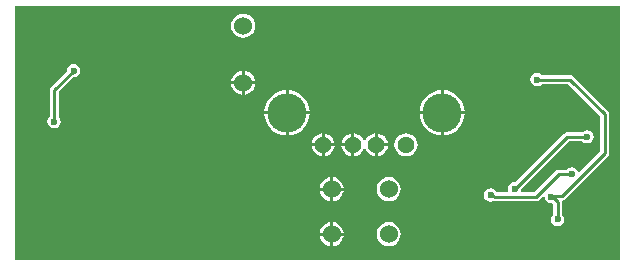
<source format=gbl>
G04*
G04 #@! TF.GenerationSoftware,Altium Limited,Altium Designer,21.2.0 (30)*
G04*
G04 Layer_Physical_Order=2*
G04 Layer_Color=16711680*
%FSLAX25Y25*%
%MOIN*%
G70*
G04*
G04 #@! TF.SameCoordinates,9EB53224-002F-4CA6-BEF0-4101847B7537*
G04*
G04*
G04 #@! TF.FilePolarity,Positive*
G04*
G01*
G75*
%ADD13C,0.01000*%
%ADD50C,0.13055*%
%ADD51C,0.05622*%
%ADD52C,0.06000*%
%ADD53C,0.02362*%
G36*
X513006Y458477D02*
Y373994D01*
X311494Y373994D01*
Y458477D01*
X513006Y458477D01*
D02*
G37*
%LPC*%
G36*
X387500Y456035D02*
X386456Y455897D01*
X385483Y455494D01*
X384647Y454853D01*
X384006Y454017D01*
X383603Y453044D01*
X383466Y452000D01*
X383603Y450956D01*
X384006Y449983D01*
X384647Y449147D01*
X385483Y448506D01*
X386456Y448103D01*
X387500Y447965D01*
X388544Y448103D01*
X389517Y448506D01*
X390353Y449147D01*
X390994Y449983D01*
X391397Y450956D01*
X391534Y452000D01*
X391397Y453044D01*
X390994Y454017D01*
X390353Y454853D01*
X389517Y455494D01*
X388544Y455897D01*
X387500Y456035D01*
D02*
G37*
G36*
X331000Y439224D02*
X330149Y439055D01*
X329428Y438573D01*
X328945Y437851D01*
X328776Y437000D01*
X328786Y436949D01*
X323419Y431581D01*
X323087Y431085D01*
X322971Y430500D01*
Y421601D01*
X322927Y421572D01*
X322445Y420851D01*
X322276Y420000D01*
X322445Y419149D01*
X322927Y418428D01*
X323649Y417945D01*
X324500Y417776D01*
X325351Y417945D01*
X326073Y418428D01*
X326555Y419149D01*
X326724Y420000D01*
X326555Y420851D01*
X326073Y421572D01*
X326029Y421601D01*
Y429867D01*
X330949Y434786D01*
X331000Y434776D01*
X331851Y434945D01*
X332573Y435428D01*
X333055Y436149D01*
X333224Y437000D01*
X333055Y437851D01*
X332573Y438573D01*
X331851Y439055D01*
X331000Y439224D01*
D02*
G37*
G36*
X388000Y436969D02*
Y433500D01*
X391469D01*
X391397Y434044D01*
X390994Y435017D01*
X390353Y435853D01*
X389517Y436494D01*
X388544Y436897D01*
X388000Y436969D01*
D02*
G37*
G36*
X387000D02*
X386456Y436897D01*
X385483Y436494D01*
X384647Y435853D01*
X384006Y435017D01*
X383603Y434044D01*
X383531Y433500D01*
X387000D01*
Y436969D01*
D02*
G37*
G36*
X391469Y432500D02*
X388000D01*
Y429031D01*
X388544Y429103D01*
X389517Y429506D01*
X390353Y430147D01*
X390994Y430983D01*
X391397Y431956D01*
X391469Y432500D01*
D02*
G37*
G36*
X387000D02*
X383531D01*
X383603Y431956D01*
X384006Y430983D01*
X384647Y430147D01*
X385483Y429506D01*
X386456Y429103D01*
X387000Y429031D01*
Y432500D01*
D02*
G37*
G36*
X454366Y430515D02*
Y423500D01*
X461381D01*
X461285Y424476D01*
X460854Y425895D01*
X460155Y427202D01*
X459215Y428348D01*
X458069Y429289D01*
X456761Y429988D01*
X455342Y430419D01*
X454366Y430515D01*
D02*
G37*
G36*
X402634Y430515D02*
Y423500D01*
X409649D01*
X409552Y424476D01*
X409122Y425895D01*
X408423Y427202D01*
X407482Y428348D01*
X406336Y429289D01*
X405028Y429988D01*
X403610Y430419D01*
X402634Y430515D01*
D02*
G37*
G36*
X401634Y430515D02*
X400658Y430419D01*
X399239Y429988D01*
X397932Y429289D01*
X396785Y428348D01*
X395845Y427202D01*
X395146Y425895D01*
X394715Y424476D01*
X394619Y423500D01*
X401634D01*
Y430515D01*
D02*
G37*
G36*
X453366Y430515D02*
X452390Y430419D01*
X450972Y429988D01*
X449664Y429289D01*
X448518Y428348D01*
X447577Y427202D01*
X446878Y425895D01*
X446448Y424476D01*
X446351Y423500D01*
X453366D01*
Y430515D01*
D02*
G37*
G36*
X461381Y422500D02*
X454366D01*
Y415485D01*
X455342Y415581D01*
X456761Y416012D01*
X458069Y416711D01*
X459215Y417652D01*
X460155Y418798D01*
X460854Y420105D01*
X461285Y421524D01*
X461381Y422500D01*
D02*
G37*
G36*
X401634D02*
X394619D01*
X394715Y421524D01*
X395146Y420105D01*
X395845Y418798D01*
X396785Y417652D01*
X397932Y416711D01*
X399239Y416012D01*
X400658Y415581D01*
X401634Y415485D01*
Y422500D01*
D02*
G37*
G36*
X409649D02*
X402634D01*
Y415485D01*
X403610Y415581D01*
X405028Y416012D01*
X406336Y416711D01*
X407482Y417652D01*
X408423Y418798D01*
X409122Y420105D01*
X409552Y421524D01*
X409649Y422500D01*
D02*
G37*
G36*
X453366D02*
X446351D01*
X446448Y421524D01*
X446878Y420105D01*
X447577Y418798D01*
X448518Y417652D01*
X449664Y416711D01*
X450972Y416012D01*
X452390Y415581D01*
X453366Y415485D01*
Y422500D01*
D02*
G37*
G36*
X414720Y416109D02*
Y412831D01*
X417999D01*
X417933Y413326D01*
X417549Y414253D01*
X416938Y415049D01*
X416142Y415660D01*
X415215Y416044D01*
X414720Y416109D01*
D02*
G37*
G36*
X432437Y416109D02*
Y412831D01*
X435715D01*
X435650Y413326D01*
X435266Y414253D01*
X434655Y415049D01*
X433859Y415660D01*
X432932Y416044D01*
X432437Y416109D01*
D02*
G37*
G36*
X413721D02*
X413226Y416044D01*
X412298Y415660D01*
X411502Y415049D01*
X410892Y414253D01*
X410507Y413326D01*
X410442Y412831D01*
X413721D01*
Y416109D01*
D02*
G37*
G36*
X423563D02*
X423068Y416044D01*
X422141Y415660D01*
X421345Y415049D01*
X420734Y414253D01*
X420350Y413326D01*
X420285Y412831D01*
X423563D01*
Y416109D01*
D02*
G37*
G36*
X485500Y436224D02*
X484649Y436055D01*
X483927Y435572D01*
X483445Y434851D01*
X483276Y434000D01*
X483445Y433149D01*
X483927Y432428D01*
X484649Y431945D01*
X485500Y431776D01*
X486351Y431945D01*
X487073Y432428D01*
X487101Y432471D01*
X495866D01*
X506471Y421867D01*
Y410134D01*
X499535Y403198D01*
X499148Y403315D01*
X499025Y403395D01*
X498572Y404073D01*
X497851Y404555D01*
X497000Y404724D01*
X496149Y404555D01*
X495428Y404073D01*
X495399Y404029D01*
X492650D01*
X492065Y403913D01*
X491569Y403581D01*
X484516Y396529D01*
X480378D01*
X480063Y397029D01*
X480158Y397507D01*
X496068Y413417D01*
X500550D01*
X500579Y413374D01*
X501300Y412892D01*
X502151Y412722D01*
X503003Y412892D01*
X503724Y413374D01*
X504206Y414095D01*
X504375Y414946D01*
X504206Y415797D01*
X503724Y416519D01*
X503003Y417001D01*
X502151Y417170D01*
X501300Y417001D01*
X500579Y416519D01*
X500550Y416475D01*
X495434D01*
X494849Y416359D01*
X494353Y416028D01*
X478187Y399862D01*
X477969Y399905D01*
X477118Y399736D01*
X476397Y399254D01*
X475915Y398532D01*
X475745Y397681D01*
X475875Y397029D01*
X475560Y396529D01*
X471935D01*
X471572Y397073D01*
X470851Y397555D01*
X470000Y397724D01*
X469149Y397555D01*
X468428Y397073D01*
X467945Y396351D01*
X467776Y395500D01*
X467945Y394649D01*
X468428Y393928D01*
X469149Y393445D01*
X470000Y393276D01*
X470851Y393445D01*
X470975Y393529D01*
X471267Y393471D01*
X485150D01*
X485735Y393587D01*
X486231Y393919D01*
X487530Y395218D01*
X487921Y395035D01*
X488000Y394980D01*
X488166Y394148D01*
X488648Y393426D01*
X489369Y392944D01*
X490220Y392775D01*
X490319Y392794D01*
X490797Y392392D01*
Y388990D01*
X490754Y388961D01*
X490272Y388240D01*
X490102Y387388D01*
X490272Y386538D01*
X490754Y385816D01*
X491475Y385334D01*
X492326Y385165D01*
X493177Y385334D01*
X493899Y385816D01*
X494381Y386538D01*
X494550Y387388D01*
X494381Y388240D01*
X493899Y388961D01*
X493856Y388990D01*
Y393374D01*
X494269Y393861D01*
X494382Y393884D01*
X494878Y394215D01*
X509081Y408419D01*
X509413Y408915D01*
X509529Y409500D01*
Y422500D01*
X509413Y423085D01*
X509081Y423581D01*
X497581Y435081D01*
X497085Y435413D01*
X496500Y435529D01*
X487101D01*
X487073Y435572D01*
X486351Y436055D01*
X485500Y436224D01*
D02*
G37*
G36*
X414221Y412331D02*
D01*
D01*
D01*
D02*
G37*
G36*
X417999Y411831D02*
X414720D01*
Y408553D01*
X415215Y408618D01*
X416142Y409002D01*
X416938Y409613D01*
X417549Y410409D01*
X417933Y411336D01*
X417999Y411831D01*
D02*
G37*
G36*
X424563Y416109D02*
Y412331D01*
Y408553D01*
X425058Y408618D01*
X425985Y409002D01*
X426781Y409613D01*
X427392Y410409D01*
X427740Y411250D01*
X428000Y411296D01*
X428260Y411250D01*
X428608Y410409D01*
X429219Y409613D01*
X430015Y409002D01*
X430942Y408618D01*
X431437Y408553D01*
Y412331D01*
Y416109D01*
X430942Y416044D01*
X430015Y415660D01*
X429219Y415049D01*
X428608Y414253D01*
X428260Y413412D01*
X428000Y413365D01*
X427740Y413412D01*
X427392Y414253D01*
X426781Y415049D01*
X425985Y415660D01*
X425058Y416044D01*
X424563Y416109D01*
D02*
G37*
G36*
X435715Y411831D02*
X432437D01*
Y408553D01*
X432932Y408618D01*
X433859Y409002D01*
X434655Y409613D01*
X435266Y410409D01*
X435650Y411336D01*
X435715Y411831D01*
D02*
G37*
G36*
X423563D02*
X420285D01*
X420350Y411336D01*
X420734Y410409D01*
X421345Y409613D01*
X422141Y409002D01*
X423068Y408618D01*
X423563Y408553D01*
Y411831D01*
D02*
G37*
G36*
X413721D02*
X410442D01*
X410507Y411336D01*
X410892Y410409D01*
X411502Y409613D01*
X412298Y409002D01*
X413226Y408618D01*
X413721Y408553D01*
Y411831D01*
D02*
G37*
G36*
X441780Y416175D02*
X440785Y416044D01*
X439858Y415660D01*
X439061Y415049D01*
X438451Y414253D01*
X438067Y413326D01*
X437936Y412331D01*
X438067Y411336D01*
X438451Y410409D01*
X439061Y409613D01*
X439858Y409002D01*
X440785Y408618D01*
X441780Y408487D01*
X442774Y408618D01*
X443702Y409002D01*
X444498Y409613D01*
X445108Y410409D01*
X445493Y411336D01*
X445623Y412331D01*
X445493Y413326D01*
X445108Y414253D01*
X444498Y415049D01*
X443702Y415660D01*
X442774Y416044D01*
X441780Y416175D01*
D02*
G37*
G36*
X417500Y401469D02*
Y398000D01*
X420969D01*
X420897Y398544D01*
X420494Y399517D01*
X419853Y400353D01*
X419017Y400994D01*
X418044Y401397D01*
X417500Y401469D01*
D02*
G37*
G36*
X416500D02*
X415956Y401397D01*
X414983Y400994D01*
X414147Y400353D01*
X413506Y399517D01*
X413103Y398544D01*
X413031Y398000D01*
X416500D01*
Y401469D01*
D02*
G37*
G36*
X420969Y397000D02*
X417500D01*
Y393531D01*
X418044Y393603D01*
X419017Y394006D01*
X419853Y394647D01*
X420494Y395483D01*
X420897Y396456D01*
X420969Y397000D01*
D02*
G37*
G36*
X416500D02*
X413031D01*
X413103Y396456D01*
X413506Y395483D01*
X414147Y394647D01*
X414983Y394006D01*
X415956Y393603D01*
X416500Y393531D01*
Y397000D01*
D02*
G37*
G36*
X436000Y401535D02*
X434956Y401397D01*
X433983Y400994D01*
X433147Y400353D01*
X432506Y399517D01*
X432103Y398544D01*
X431965Y397500D01*
X432103Y396456D01*
X432506Y395483D01*
X433147Y394647D01*
X433983Y394006D01*
X434956Y393603D01*
X436000Y393465D01*
X437044Y393603D01*
X438017Y394006D01*
X438853Y394647D01*
X439494Y395483D01*
X439897Y396456D01*
X440034Y397500D01*
X439897Y398544D01*
X439494Y399517D01*
X438853Y400353D01*
X438017Y400994D01*
X437044Y401397D01*
X436000Y401535D01*
D02*
G37*
G36*
X417500Y386469D02*
Y383000D01*
X420969D01*
X420897Y383544D01*
X420494Y384517D01*
X419853Y385353D01*
X419017Y385994D01*
X418044Y386397D01*
X417500Y386469D01*
D02*
G37*
G36*
X416500D02*
X415956Y386397D01*
X414983Y385994D01*
X414147Y385353D01*
X413506Y384517D01*
X413103Y383544D01*
X413031Y383000D01*
X416500D01*
Y386469D01*
D02*
G37*
G36*
X420969Y382000D02*
X417500D01*
Y378531D01*
X418044Y378603D01*
X419017Y379006D01*
X419853Y379647D01*
X420494Y380483D01*
X420897Y381456D01*
X420969Y382000D01*
D02*
G37*
G36*
X416500D02*
X413031D01*
X413103Y381456D01*
X413506Y380483D01*
X414147Y379647D01*
X414983Y379006D01*
X415956Y378603D01*
X416500Y378531D01*
Y382000D01*
D02*
G37*
G36*
X436000Y386535D02*
X434956Y386397D01*
X433983Y385994D01*
X433147Y385353D01*
X432506Y384517D01*
X432103Y383544D01*
X431965Y382500D01*
X432103Y381456D01*
X432506Y380483D01*
X433147Y379647D01*
X433983Y379006D01*
X434956Y378603D01*
X436000Y378466D01*
X437044Y378603D01*
X438017Y379006D01*
X438853Y379647D01*
X439494Y380483D01*
X439897Y381456D01*
X440034Y382500D01*
X439897Y383544D01*
X439494Y384517D01*
X438853Y385353D01*
X438017Y385994D01*
X437044Y386397D01*
X436000Y386535D01*
D02*
G37*
%LPD*%
D13*
X324500Y420000D02*
Y430500D01*
X331000Y437000D01*
X492650Y402500D02*
X497000D01*
X485150Y395000D02*
X492650Y402500D01*
X478169Y397681D02*
X495434Y414946D01*
X471028Y395239D02*
X471267Y395000D01*
X477969Y397681D02*
X478169D01*
X471267Y395000D02*
X485150D01*
X470261Y395239D02*
X471028D01*
X470000Y395500D02*
X470261Y395239D01*
X495434Y414946D02*
X502151D01*
X493797Y395297D02*
X508000Y409500D01*
X490457Y395244D02*
X492326Y393374D01*
X491902Y395297D02*
X493797D01*
X490220Y394999D02*
X490481Y395259D01*
X492326Y387388D02*
Y393374D01*
X490481Y395259D02*
X491864D01*
X491902Y395297D01*
X508000Y409500D02*
Y422500D01*
X496500Y434000D02*
X508000Y422500D01*
X485500Y434000D02*
X496500D01*
D50*
X402134Y423000D02*
D03*
X453866D02*
D03*
D51*
X414221Y412331D02*
D03*
X424063D02*
D03*
X431937D02*
D03*
X441780D02*
D03*
D52*
X436000Y397500D02*
D03*
X417000D02*
D03*
X387500Y433000D02*
D03*
Y452000D02*
D03*
X436000Y382500D02*
D03*
X417000D02*
D03*
D53*
X506890Y452756D02*
D03*
X501968Y442913D02*
D03*
X506890Y433071D02*
D03*
X501968Y423228D02*
D03*
X497047Y452756D02*
D03*
X492126Y442913D02*
D03*
X487205Y452756D02*
D03*
X482283Y442913D02*
D03*
Y383858D02*
D03*
X477362Y452756D02*
D03*
X472441Y442913D02*
D03*
X477362Y433071D02*
D03*
X472441Y423228D02*
D03*
X467520Y452756D02*
D03*
X462598Y442913D02*
D03*
X467520Y433071D02*
D03*
X462598Y423228D02*
D03*
Y403543D02*
D03*
Y383858D02*
D03*
X457677Y452756D02*
D03*
X452756Y442913D02*
D03*
X457677Y433071D02*
D03*
X452756Y403543D02*
D03*
X457677Y393701D02*
D03*
X447835Y452756D02*
D03*
X442913Y442913D02*
D03*
X447835Y433071D02*
D03*
X442913Y423228D02*
D03*
Y403543D02*
D03*
X447835Y393701D02*
D03*
X437992Y452756D02*
D03*
X433071Y442913D02*
D03*
X437992Y433071D02*
D03*
X433071Y423228D02*
D03*
Y403543D02*
D03*
X428150Y452756D02*
D03*
X423228Y442913D02*
D03*
X428150Y433071D02*
D03*
X423228Y423228D02*
D03*
Y403543D02*
D03*
Y383858D02*
D03*
X418307Y452756D02*
D03*
X413386Y442913D02*
D03*
X418307Y433071D02*
D03*
X413386Y423228D02*
D03*
Y403543D02*
D03*
X408465Y452756D02*
D03*
X403543Y442913D02*
D03*
X408465Y433071D02*
D03*
Y413386D02*
D03*
X403543Y403543D02*
D03*
X408465Y393701D02*
D03*
X403543Y383858D02*
D03*
X398622Y452756D02*
D03*
X393701Y442913D02*
D03*
X398622Y433071D02*
D03*
Y413386D02*
D03*
X393701Y403543D02*
D03*
X398622Y393701D02*
D03*
X393701Y383858D02*
D03*
X383858Y442913D02*
D03*
Y423228D02*
D03*
X388779Y413386D02*
D03*
X383858Y403543D02*
D03*
X388779Y393701D02*
D03*
X383858Y383858D02*
D03*
X374016Y442913D02*
D03*
X378937Y433071D02*
D03*
Y413386D02*
D03*
X374016Y403543D02*
D03*
X378937Y393701D02*
D03*
X374016Y383858D02*
D03*
X364173Y442913D02*
D03*
X369094Y413386D02*
D03*
X364173Y403543D02*
D03*
X369094Y393701D02*
D03*
X364173Y383858D02*
D03*
X354331Y423228D02*
D03*
X359252Y413386D02*
D03*
Y393701D02*
D03*
X349410Y452756D02*
D03*
Y433071D02*
D03*
X344488Y423228D02*
D03*
X349410Y413386D02*
D03*
Y393701D02*
D03*
X339567Y452756D02*
D03*
Y433071D02*
D03*
Y413386D02*
D03*
X334646Y403543D02*
D03*
X339567Y393701D02*
D03*
X334646Y383858D02*
D03*
X329724Y452756D02*
D03*
Y413386D02*
D03*
X324803Y403543D02*
D03*
Y383858D02*
D03*
X319882Y452756D02*
D03*
X314961Y442913D02*
D03*
Y423228D02*
D03*
Y403543D02*
D03*
Y383858D02*
D03*
X331000Y437000D02*
D03*
X324500Y420000D02*
D03*
X477969Y397681D02*
D03*
X497000Y402500D02*
D03*
X502151Y414946D02*
D03*
X504500Y399000D02*
D03*
X470000Y395500D02*
D03*
X485500Y434000D02*
D03*
X487000Y415315D02*
D03*
X490220Y394999D02*
D03*
X492326Y387388D02*
D03*
M02*

</source>
